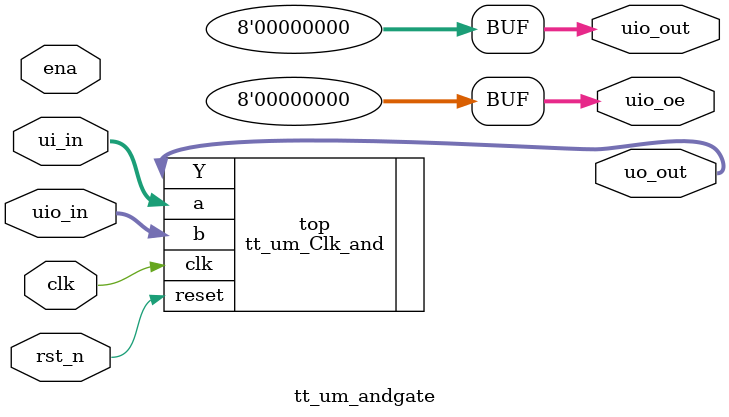
<source format=v>
/*
 * Copyright (c) 2024 Your Name
 * SPDX-License-Identifier: Apache-2.0
 */

`default_nettype none

module tt_um_andgate(
    input  wire [7:0] ui_in,    // Dedicated inputs
    output wire [7:0] uo_out,   // Dedicated outputs
    input  wire [7:0] uio_in,   // IOs: Input path
    output wire [7:0] uio_out,  // IOs: Output path
    output wire [7:0] uio_oe,   // IOs: Enable path (active high: 0=input, 1=output)
    input  wire       ena,      // always 1 when the design is powered, so you can ignore it
    input  wire       clk,      // clock
    input  wire       rst_n     // reset_n - low to reset
);

  // All output pins must be assigned. If not used, assign to 0.
  //assign uo_out  = ui_in + uio_in;  // Example: ou_out is the sum of ui_in and uio_in
	assign uio_out[7:0] = 0;
	assign uio_oe[7:0]  = 0;

  // List all unused inputs to prevent warnings
  //wire _unused = &{ena, clk, rst_n, 1'b0};

	tt_um_Clk_and top(
		.clk(clk),
		.reset(rst_n),
		.a(ui_in[7:0]),
		.b(uio_in[7:0]),
		.Y(uo_out[7:0])
	);
    
endmodule

</source>
